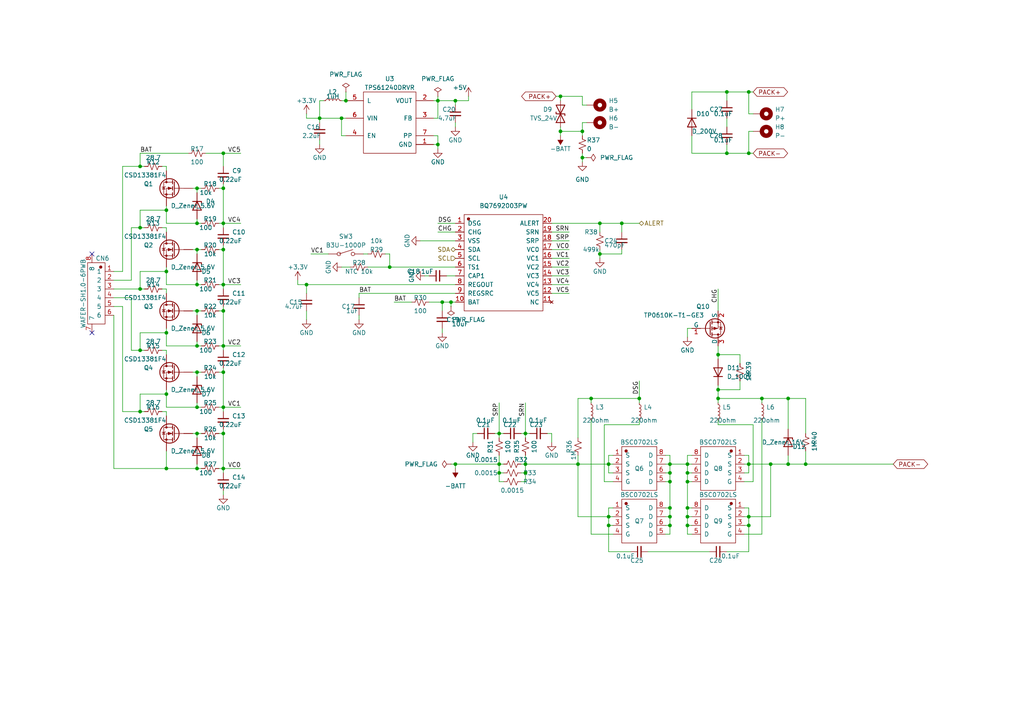
<source format=kicad_sch>
(kicad_sch (version 20250114) (generator "eeschema") (generator_version "9.0")
  (paper "A4")
  (title_block (title "CawBMS") (date "2023-11-22") (rev "v1.0.0") (company "GUAIK"))
  (lib_symbols
    (symbol "Device:C_Small" (pin_numbers (hide yes)) (pin_names (offset 0.254) (hide yes))
      (property "Reference" "C" (at 0.254 1.778 0))
      (property "Value" "C_Small" (at 0.254 -2.032 0))
      (symbol "C_Small_1_1"
        (pin passive line (at 0 2.54 270) (length 2.032) (name "~") (number "1"))
        (pin passive line (at 0 -2.54 90) (length 2.032) (name "~") (number "2"))
      )
    )
    (symbol "Device:D" (pin_numbers (hide yes)) (pin_names (offset 1.016) (hide yes))
      (property "Reference" "D" (at 0 2.54 0))
      (property "Value" "D" (at 0 -2.54 0))
      (symbol "D_1_1"
        (pin passive line (at -3.81 0 0) (length 2.54) (name "K") (number "1"))
        (pin passive line (at 3.81 0 180) (length 2.54) (name "A") (number "2"))
      )
    )
    (symbol "Device:D_TVS" (pin_numbers (hide yes)) (pin_names (offset 1.016) (hide yes))
      (property "Reference" "D" (at 0 2.54 0))
      (property "Value" "D_TVS" (at 0 -2.54 0))
      (symbol "D_TVS_1_1"
        (pin passive line (at -3.81 0 0) (length 2.54) (name "A1") (number "1"))
        (pin passive line (at 3.81 0 180) (length 2.54) (name "A2") (number "2"))
      )
    )
    (symbol "Device:D_Zener" (pin_numbers (hide yes)) (pin_names (offset 1.016) (hide yes))
      (property "Reference" "D" (at 0 2.54 0))
      (property "Value" "D_Zener" (at 0 -2.54 0))
      (symbol "D_Zener_1_1"
        (pin passive line (at -3.81 0 0) (length 2.54) (name "K") (number "1"))
        (pin passive line (at 3.81 0 180) (length 2.54) (name "A") (number "2"))
      )
    )
    (symbol "Device:L_Small" (pin_numbers (hide yes)) (pin_names (offset 0.254) (hide yes))
      (property "Reference" "L" (at 0.762 1.016 0))
      (property "Value" "L_Small" (at 0.762 -1.016 0))
      (symbol "L_Small_1_1"
        (pin passive line (at 0 2.54 270) (length 0.508) (name "~") (number "1"))
        (pin passive line (at 0 -2.54 90) (length 0.508) (name "~") (number "2"))
      )
    )
    (symbol "Device:R_Small_US" (pin_numbers (hide yes)) (pin_names (offset 0.254) (hide yes))
      (property "Reference" "R" (at 0.762 0.508 0))
      (property "Value" "R_Small_US" (at 0.762 -1.016 0))
      (symbol "R_Small_US_1_1"
        (pin passive line (at 0 2.54 270) (length 1.016) (name "~") (number "1"))
        (pin passive line (at 0 -2.54 90) (length 1.016) (name "~") (number "2"))
      )
    )
    (symbol "Mechanical:MountingHole_Pad" (pin_numbers (hide yes)) (pin_names (offset 1.016) (hide yes))
      (property "Reference" "H" (at 0 6.35 0))
      (property "Value" "MountingHole_Pad" (at 0 4.445 0))
      (symbol "MountingHole_Pad_1_1"
        (pin input line (at 0 -2.54 90) (length 2.54) (name "1") (number "1"))
      )
    )
    (symbol "Rick_BMS:BQ7692003PW" (pin_names (offset 1.016))
      (property "Reference" "U" (at 0 16.51 0))
      (property "Value" "BQ7692003PW" (at 0 21.59 0))
      (symbol "BQ7692003PW_1_1"
        (pin output line (at -13.97 11.43 0) (length 2.54) (name "DSG") (number "1"))
        (pin output line (at -13.97 8.89 0) (length 2.54) (name "CHG") (number "2"))
        (pin power_in line (at -13.97 6.35 0) (length 2.54) (name "VSS") (number "3"))
        (pin bidirectional line (at -13.97 3.81 0) (length 2.54) (name "SDA") (number "4"))
        (pin input line (at -13.97 1.27 0) (length 2.54) (name "SCL") (number "5"))
        (pin input line (at -13.97 -1.27 0) (length 2.54) (name "TS1") (number "6"))
        (pin output line (at -13.97 -3.81 0) (length 2.54) (name "CAP1") (number "7"))
        (pin power_out line (at -13.97 -6.35 0) (length 2.54) (name "REGOUT") (number "8"))
        (pin input line (at -13.97 -8.89 0) (length 2.54) (name "REGSRC") (number "9"))
        (pin power_in line (at -13.97 -11.43 0) (length 2.54) (name "BAT") (number "10"))
        (pin bidirectional line (at 13.97 11.43 180) (length 2.54) (name "ALERT") (number "20"))
        (pin input line (at 13.97 8.89 180) (length 2.54) (name "SRN") (number "19"))
        (pin input line (at 13.97 6.35 180) (length 2.54) (name "SRP") (number "18"))
        (pin input line (at 13.97 3.81 180) (length 2.54) (name "VC0") (number "17"))
        (pin input line (at 13.97 1.27 180) (length 2.54) (name "VC1") (number "16"))
        (pin input line (at 13.97 -1.27 180) (length 2.54) (name "VC2") (number "15"))
        (pin input line (at 13.97 -3.81 180) (length 2.54) (name "VC3") (number "14"))
        (pin input line (at 13.97 -6.35 180) (length 2.54) (name "VC4") (number "13"))
        (pin input line (at 13.97 -8.89 180) (length 2.54) (name "VC5") (number "12"))
        (pin no_connect line (at 13.97 -11.43 180) (length 2.54) (name "NC") (number "11"))
      )
    )
    (symbol "Rick_Connector:WAFER-SH1.0-6PWB" (pin_names (offset 1.016))
      (property "Reference" "CN" (at 0 14.224 0))
      (property "Value" "WAFER-SH1.0-6PWB" (at 0 19.304 0))
      (symbol "WAFER-SH1.0-6PWB_1_1"
        (pin input line (at -5.08 6.35 0) (length 2.54) (name "1") (number "1"))
        (pin input line (at -5.08 3.81 0) (length 2.54) (name "2") (number "2"))
        (pin input line (at -5.08 1.27 0) (length 2.54) (name "3") (number "3"))
        (pin input line (at -5.08 -1.27 0) (length 2.54) (name "4") (number "4"))
        (pin input line (at -5.08 -3.81 0) (length 2.54) (name "5") (number "5"))
        (pin input line (at -5.08 -6.35 0) (length 2.54) (name "6") (number "6"))
        (pin input line (at 1.27 11.43 270) (length 2.54) (name "8") (number "8"))
        (pin input line (at 1.27 -11.43 90) (length 2.54) (name "7") (number "7"))
      )
    )
    (symbol "Rick_DC-DC:TPS61240DRVR" (pin_names (offset 1.016))
      (property "Reference" "U" (at 0 11.557 0))
      (property "Value" "TPS61240DRVR" (at 0 16.637 0))
      (symbol "TPS61240DRVR_1_1"
        (pin power_in line (at -12.7 6.35 0) (length 5.08) (name "L") (number "5"))
        (pin power_in line (at -12.7 1.27 0) (length 5.08) (name "VIN") (number "6"))
        (pin input line (at -12.7 -3.81 0) (length 5.08) (name "EN") (number "4"))
        (pin power_in line (at 12.7 6.35 180) (length 5.08) (name "VOUT") (number "2"))
        (pin input line (at 12.7 1.27 180) (length 5.08) (name "FB") (number "3"))
        (pin power_in line (at 12.7 -3.81 180) (length 5.08) (name "PP") (number "7"))
        (pin power_in line (at 12.7 -6.35 180) (length 5.08) (name "GND") (number "1"))
      )
    )
    (symbol "Rick_MOSFET:BSC0702LS" (pin_names (offset 1.016))
      (property "Reference" "Q" (at 0 10.3124 0))
      (property "Value" "BSC0702LS" (at 0 15.3924 0))
      (symbol "BSC0702LS_1_1"
        (pin passive line (at -7.62 5.08 0) (length 2.54) (name "S") (number "1"))
        (pin passive line (at -7.62 2.54 0) (length 2.54) (name "S") (number "2"))
        (pin passive line (at -7.62 0 0) (length 2.54) (name "S") (number "3"))
        (pin input line (at -7.62 -2.54 0) (length 2.54) (name "G") (number "4"))
        (pin passive line (at 7.62 5.08 180) (length 2.54) (name "D") (number "8"))
        (pin passive line (at 7.62 2.54 180) (length 2.54) (name "D") (number "7"))
        (pin passive line (at 7.62 0 180) (length 2.54) (name "D") (number "6"))
        (pin passive line (at 7.62 -2.54 180) (length 2.54) (name "D") (number "5"))
      )
    )
    (symbol "Rick_MOSFET:CSD13381F4" (pin_numbers (hide yes)) (pin_names (offset 1.016) (hide yes))
      (property "Reference" "Q" (at -1.27 5.08 0))
      (property "Value" "CSD13381F4" (at -6.35 7.62 0))
      (symbol "CSD13381F4_1_1"
        (pin input line (at -6.35 0 0) (length 2.54) (name "G") (number "1"))
        (pin passive line (at 1.27 5.08 270) (length 2.54) (name "D") (number "3"))
        (pin passive line (at 1.27 -5.08 90) (length 2.54) (name "S") (number "2"))
      )
    )
    (symbol "Rick_MOSFET:TP0610K-T1-GE3" (pin_names (offset 0))
      (property "Reference" "Q" (at 5.08 1.27 0))
      (property "Value" "TP0610K-T1-GE3" (at 5.08 -1.27 0))
      (symbol "TP0610K-T1-GE3_1_1"
        (pin input line (at -5.08 0 0) (length 2.54) (name "G") (number "1"))
        (pin passive line (at 2.54 5.08 270) (length 2.54) (name "D") (number "3"))
        (pin passive line (at 2.54 -5.08 90) (length 2.54) (name "S") (number "2"))
      )
    )
    (symbol "Rick_Switch:B3U-1000P" (pin_numbers (hide yes)) (pin_names (offset 1.016) (hide yes))
      (property "Reference" "SW" (at 0 2.54 0))
      (property "Value" "B3U-1000P" (at 0 5.08 0))
      (symbol "B3U-1000P_0_1"
        (pin passive line (at -5.08 0 0) (length 2.54) (name "1") (number "1"))
        (pin passive line (at 5.08 0 180) (length 2.54) (name "2") (number "2"))
      )
    )
    (symbol "power:+3.3V" (power) (pin_names (offset 0))
      (property "Value" "+3.3V" (at 0 3.556 0))
      (symbol "+3.3V_1_1"
        (pin power_in line (at 0 0 90) (length 0) (hide yes) (name "+3.3V") (number "1"))
      )
    )
    (symbol "power:+5V" (power) (pin_names (offset 0))
      (property "Value" "+5V" (at 0 3.556 0))
      (symbol "+5V_1_1"
        (pin power_in line (at 0 0 90) (length 0) (hide yes) (name "+5V") (number "1"))
      )
    )
    (symbol "power:-BATT" (power) (pin_names (offset 0))
      (property "Value" "-BATT" (at 0 3.556 0))
      (symbol "-BATT_1_1"
        (pin power_in line (at 0 0 90) (length 0) (hide yes) (name "-BATT") (number "1"))
      )
    )
    (symbol "power:GND" (power) (pin_names (offset 0))
      (property "Value" "GND" (at 0 -3.81 0))
      (symbol "GND_1_1"
        (pin power_in line (at 0 0 270) (length 0) (hide yes) (name "GND") (number "1"))
      )
    )
    (symbol "power:PWR_FLAG" (power) (pin_numbers (hide yes)) (pin_names (offset 0) (hide yes))
      (property "Value" "PWR_FLAG" (at 0 3.81 0))
      (symbol "PWR_FLAG_0_0"
        (pin power_out line (at 0 0 90) (length 0) (name "pwr") (number "1"))
      )
    )
  )
  (junction (at 199.39 152.4))
  (junction (at 210.82 44.45))
  (junction (at 185.42 115.57))
  (junction (at 57.15 54.61))
  (junction (at 132.08 134.62))
  (junction (at 194.31 134.62))
  (junction (at 162.56 27.94))
  (junction (at 233.68 134.62))
  (junction (at 127 29.21))
  (junction (at 199.39 147.32))
  (junction (at 64.77 72.39))
  (junction (at 228.6 115.57))
  (junction (at 57.15 82.55))
  (junction (at 217.17 134.62))
  (junction (at 57.15 107.95))
  (junction (at 176.53 152.4))
  (junction (at 217.17 44.45))
  (junction (at 180.34 64.77))
  (junction (at 48.26 114.3))
  (junction (at 199.39 137.16))
  (junction (at 199.39 134.62))
  (junction (at 194.31 139.7))
  (junction (at 152.4 125.73))
  (junction (at 208.28 115.57))
  (junction (at 173.99 64.77))
  (junction (at 40.64 83.82))
  (junction (at 57.15 90.17))
  (junction (at 64.77 90.17))
  (junction (at 223.52 134.62))
  (junction (at 99.06 34.29))
  (junction (at 48.26 96.52))
  (junction (at 64.77 100.33))
  (junction (at 57.15 100.33))
  (junction (at 64.77 54.61))
  (junction (at 176.53 134.62))
  (junction (at 210.82 26.67))
  (junction (at 40.64 48.26))
  (junction (at 144.78 137.16))
  (junction (at 57.15 125.73))
  (junction (at 128.27 87.63))
  (junction (at 127 41.91))
  (junction (at 57.15 118.11))
  (junction (at 48.26 135.89))
  (junction (at 64.77 118.11))
  (junction (at 208.28 102.87))
  (junction (at 92.71 34.29))
  (junction (at 64.77 82.55))
  (junction (at 64.77 125.73))
  (junction (at 48.26 78.74))
  (junction (at 40.64 66.04))
  (junction (at 144.78 125.73))
  (junction (at 130.81 87.63))
  (junction (at 167.64 134.62))
  (junction (at 100.33 29.21))
  (junction (at 64.77 107.95))
  (junction (at 64.77 44.45))
  (junction (at 173.99 73.66))
  (junction (at 152.4 137.16))
  (junction (at 217.17 149.86))
  (junction (at 228.6 134.62))
  (junction (at 132.08 29.21))
  (junction (at 199.39 139.7))
  (junction (at 64.77 135.89))
  (junction (at 144.78 134.62))
  (junction (at 40.64 119.38))
  (junction (at 199.39 149.86))
  (junction (at 57.15 72.39))
  (junction (at 217.17 152.4))
  (junction (at 168.91 45.72))
  (junction (at 88.9 82.55))
  (junction (at 48.26 60.96))
  (junction (at 194.31 147.32))
  (junction (at 194.31 152.4))
  (junction (at 220.98 115.57))
  (junction (at 152.4 134.62))
  (junction (at 57.15 64.77))
  (junction (at 194.31 149.86))
  (junction (at 194.31 137.16))
  (junction (at 57.15 135.89))
  (junction (at 217.17 26.67))
  (junction (at 176.53 149.86))
  (junction (at 162.56 38.1))
  (junction (at 208.28 113.03))
  (junction (at 113.03 77.47))
  (junction (at 171.45 115.57))
  (junction (at 40.64 101.6))
  (junction (at 64.77 64.77))
  (junction (at 168.91 38.1))
  (no_connect (at 26.67 73.66))
  (no_connect (at 26.67 96.52))
  (wire (pts (xy 199.39 152.4) (xy 199.39 154.94)))
  (wire (pts (xy 228.6 115.57) (xy 220.98 115.57)))
  (wire (pts (xy 199.39 147.32) (xy 199.39 149.86)))
  (wire (pts (xy 100.33 39.37) (xy 99.06 39.37)))
  (wire (pts (xy 64.77 100.33) (xy 69.85 100.33)))
  (wire (pts (xy 64.77 100.33) (xy 64.77 101.6)))
  (wire (pts (xy 130.81 134.62) (xy 132.08 134.62)))
  (wire (pts (xy 64.77 125.73) (xy 64.77 135.89)))
  (wire (pts (xy 127 39.37) (xy 127 41.91)))
  (wire (pts (xy 220.98 121.92) (xy 220.98 154.94)))
  (wire (pts (xy 40.64 96.52) (xy 48.26 96.52)))
  (wire (pts (xy 64.77 142.24) (xy 64.77 143.51)))
  (wire (pts (xy 48.26 114.3) (xy 48.26 118.11)))
  (wire (pts (xy 217.17 132.08) (xy 217.17 134.62)))
  (wire (pts (xy 40.64 83.82) (xy 40.64 78.74)))
  (wire (pts (xy 124.46 87.63) (xy 128.27 87.63)))
  (wire (pts (xy 92.71 34.29) (xy 92.71 35.56)))
  (wire (pts (xy 64.77 82.55) (xy 69.85 82.55)))
  (wire (pts (xy 46.99 66.04) (xy 48.26 66.04)))
  (wire (pts (xy 64.77 118.11) (xy 69.85 118.11)))
  (wire (pts (xy 160.02 125.73) (xy 160.02 128.27)))
  (wire (pts (xy 199.39 149.86) (xy 199.39 152.4)))
  (wire (pts (xy 215.9 134.62) (xy 217.17 134.62)))
  (wire (pts (xy 132.08 29.21) (xy 127 29.21)))
  (wire (pts (xy 132.08 85.09) (xy 104.14 85.09)))
  (wire (pts (xy 40.64 114.3) (xy 48.26 114.3)))
  (wire (pts (xy 64.77 100.33) (xy 64.77 90.17)))
  (wire (pts (xy 170.18 35.56) (xy 168.91 35.56)))
  (wire (pts (xy 48.26 100.33) (xy 57.15 100.33)))
  (wire (pts (xy 128.27 87.63) (xy 130.81 87.63)))
  (wire (pts (xy 193.04 152.4) (xy 194.31 152.4)))
  (wire (pts (xy 214.63 105.41) (xy 214.63 102.87)))
  (wire (pts (xy 217.17 38.1) (xy 218.44 38.1)))
  (wire (pts (xy 176.53 149.86) (xy 176.53 152.4)))
  (wire (pts (xy 88.9 34.29) (xy 92.71 34.29)))
  (wire (pts (xy 121.92 69.85) (xy 132.08 69.85)))
  (wire (pts (xy 171.45 115.57) (xy 185.42 115.57)))
  (wire (pts (xy 168.91 27.94) (xy 162.56 27.94)))
  (wire (pts (xy 57.15 90.17) (xy 58.42 90.17)))
  (wire (pts (xy 35.56 88.9) (xy 35.56 119.38)))
  (wire (pts (xy 64.77 90.17) (xy 63.5 90.17)))
  (wire (pts (xy 35.56 119.38) (xy 40.64 119.38)))
  (wire (pts (xy 64.77 118.11) (xy 64.77 119.38)))
  (wire (pts (xy 180.34 64.77) (xy 180.34 67.31)))
  (wire (pts (xy 57.15 100.33) (xy 58.42 100.33)))
  (wire (pts (xy 208.28 116.84) (xy 208.28 115.57)))
  (wire (pts (xy 199.39 134.62) (xy 199.39 137.16)))
  (wire (pts (xy 144.78 137.16) (xy 146.05 137.16)))
  (wire (pts (xy 217.17 152.4) (xy 215.9 152.4)))
  (wire (pts (xy 132.08 134.62) (xy 144.78 134.62)))
  (wire (pts (xy 57.15 90.17) (xy 57.15 91.44)))
  (wire (pts (xy 199.39 149.86) (xy 200.66 149.86)))
  (wire (pts (xy 170.18 30.48) (xy 168.91 30.48)))
  (wire (pts (xy 64.77 125.73) (xy 63.5 125.73)))
  (wire (pts (xy 152.4 139.7) (xy 151.13 139.7)))
  (wire (pts (xy 57.15 54.61) (xy 58.42 54.61)))
  (wire (pts (xy 38.1 86.36) (xy 33.02 86.36)))
  (wire (pts (xy 176.53 132.08) (xy 176.53 134.62)))
  (wire (pts (xy 217.17 26.67) (xy 218.44 26.67)))
  (wire (pts (xy 171.45 154.94) (xy 177.8 154.94)))
  (wire (pts (xy 99.06 34.29) (xy 100.33 34.29)))
  (wire (pts (xy 215.9 149.86) (xy 217.17 149.86)))
  (wire (pts (xy 64.77 54.61) (xy 64.77 64.77)))
  (wire (pts (xy 217.17 38.1) (xy 217.17 44.45)))
  (wire (pts (xy 168.91 38.1) (xy 162.56 38.1)))
  (wire (pts (xy 176.53 147.32) (xy 176.53 149.86)))
  (wire (pts (xy 228.6 132.08) (xy 228.6 134.62)))
  (wire (pts (xy 176.53 160.02) (xy 176.53 152.4)))
  (wire (pts (xy 199.39 95.25) (xy 199.39 97.79)))
  (wire (pts (xy 57.15 107.95) (xy 58.42 107.95)))
  (wire (pts (xy 173.99 67.31) (xy 173.99 64.77)))
  (wire (pts (xy 217.17 149.86) (xy 223.52 149.86)))
  (wire (pts (xy 48.26 60.96) (xy 48.26 64.77)))
  (wire (pts (xy 167.64 115.57) (xy 171.45 115.57)))
  (wire (pts (xy 220.98 154.94) (xy 215.9 154.94)))
  (wire (pts (xy 208.28 83.82) (xy 208.28 90.17)))
  (wire (pts (xy 48.26 113.03) (xy 48.26 114.3)))
  (wire (pts (xy 208.28 100.33) (xy 208.28 102.87)))
  (wire (pts (xy 40.64 101.6) (xy 40.64 96.52)))
  (wire (pts (xy 228.6 124.46) (xy 228.6 115.57)))
  (wire (pts (xy 35.56 48.26) (xy 35.56 78.74)))
  (wire (pts (xy 105.41 73.66) (xy 106.68 73.66)))
  (wire (pts (xy 165.1 82.55) (xy 160.02 82.55)))
  (wire (pts (xy 200.66 147.32) (xy 199.39 147.32)))
  (wire (pts (xy 176.53 134.62) (xy 176.53 137.16)))
  (wire (pts (xy 33.02 135.89) (xy 48.26 135.89)))
  (wire (pts (xy 233.68 134.62) (xy 259.08 134.62)))
  (wire (pts (xy 64.77 124.46) (xy 64.77 125.73)))
  (wire (pts (xy 180.34 72.39) (xy 180.34 73.66)))
  (wire (pts (xy 48.26 82.55) (xy 57.15 82.55)))
  (wire (pts (xy 175.26 139.7) (xy 177.8 139.7)))
  (wire (pts (xy 40.64 60.96) (xy 48.26 60.96)))
  (wire (pts (xy 152.4 125.73) (xy 153.67 125.73)))
  (wire (pts (xy 132.08 35.56) (xy 132.08 36.83)))
  (wire (pts (xy 63.5 72.39) (xy 64.77 72.39)))
  (wire (pts (xy 217.17 147.32) (xy 217.17 149.86)))
  (wire (pts (xy 228.6 134.62) (xy 233.68 134.62)))
  (wire (pts (xy 64.77 54.61) (xy 64.77 53.34)))
  (wire (pts (xy 208.28 113.03) (xy 208.28 115.57)))
  (wire (pts (xy 173.99 64.77) (xy 160.02 64.77)))
  (wire (pts (xy 193.04 132.08) (xy 194.31 132.08)))
  (wire (pts (xy 88.9 82.55) (xy 88.9 85.09)))
  (wire (pts (xy 214.63 110.49) (xy 214.63 113.03)))
  (wire (pts (xy 100.33 26.67) (xy 100.33 29.21)))
  (wire (pts (xy 104.14 85.09) (xy 104.14 86.36)))
  (wire (pts (xy 48.26 95.25) (xy 48.26 96.52)))
  (wire (pts (xy 199.39 154.94) (xy 200.66 154.94)))
  (wire (pts (xy 233.68 125.73) (xy 233.68 115.57)))
  (wire (pts (xy 90.17 73.66) (xy 95.25 73.66)))
  (wire (pts (xy 132.08 134.62) (xy 132.08 135.89)))
  (wire (pts (xy 130.81 87.63) (xy 132.08 87.63)))
  (wire (pts (xy 152.4 125.73) (xy 152.4 127)))
  (wire (pts (xy 127 27.94) (xy 127 29.21)))
  (wire (pts (xy 127 29.21) (xy 127 34.29)))
  (wire (pts (xy 208.28 111.76) (xy 208.28 113.03)))
  (wire (pts (xy 165.1 67.31) (xy 160.02 67.31)))
  (wire (pts (xy 40.64 78.74) (xy 48.26 78.74)))
  (wire (pts (xy 88.9 82.55) (xy 86.36 82.55)))
  (wire (pts (xy 64.77 64.77) (xy 69.85 64.77)))
  (wire (pts (xy 215.9 147.32) (xy 217.17 147.32)))
  (wire (pts (xy 113.03 77.47) (xy 132.08 77.47)))
  (wire (pts (xy 92.71 34.29) (xy 99.06 34.29)))
  (wire (pts (xy 48.26 101.6) (xy 48.26 102.87)))
  (wire (pts (xy 217.17 137.16) (xy 215.9 137.16)))
  (wire (pts (xy 48.26 83.82) (xy 48.26 85.09)))
  (wire (pts (xy 173.99 72.39) (xy 173.99 73.66)))
  (wire (pts (xy 162.56 27.94) (xy 162.56 29.21)))
  (wire (pts (xy 194.31 134.62) (xy 194.31 137.16)))
  (wire (pts (xy 187.96 160.02) (xy 205.74 160.02)))
  (wire (pts (xy 223.52 134.62) (xy 228.6 134.62)))
  (wire (pts (xy 199.39 137.16) (xy 200.66 137.16)))
  (wire (pts (xy 55.88 54.61) (xy 57.15 54.61)))
  (wire (pts (xy 185.42 64.77) (xy 180.34 64.77)))
  (wire (pts (xy 48.26 59.69) (xy 48.26 60.96)))
  (wire (pts (xy 111.76 73.66) (xy 113.03 73.66)))
  (wire (pts (xy 104.14 91.44) (xy 104.14 92.71)))
  (wire (pts (xy 217.17 160.02) (xy 217.17 152.4)))
  (wire (pts (xy 199.39 137.16) (xy 199.39 139.7)))
  (wire (pts (xy 194.31 139.7) (xy 194.31 147.32)))
  (wire (pts (xy 217.17 134.62) (xy 217.17 137.16)))
  (wire (pts (xy 199.39 134.62) (xy 200.66 134.62)))
  (wire (pts (xy 129.54 80.01) (xy 132.08 80.01)))
  (wire (pts (xy 128.27 95.25) (xy 128.27 96.52)))
  (wire (pts (xy 64.77 135.89) (xy 69.85 135.89)))
  (wire (pts (xy 55.88 107.95) (xy 57.15 107.95)))
  (wire (pts (xy 144.78 116.84) (xy 144.78 125.73)))
  (wire (pts (xy 167.64 132.08) (xy 167.64 134.62)))
  (wire (pts (xy 165.1 72.39) (xy 160.02 72.39)))
  (wire (pts (xy 200.66 95.25) (xy 199.39 95.25)))
  (wire (pts (xy 199.39 132.08) (xy 199.39 134.62)))
  (wire (pts (xy 57.15 73.66) (xy 57.15 72.39)))
  (wire (pts (xy 99.06 34.29) (xy 99.06 39.37)))
  (wire (pts (xy 171.45 116.84) (xy 171.45 115.57)))
  (wire (pts (xy 193.04 134.62) (xy 194.31 134.62)))
  (wire (pts (xy 64.77 107.95) (xy 63.5 107.95)))
  (wire (pts (xy 168.91 45.72) (xy 170.18 45.72)))
  (wire (pts (xy 64.77 71.12) (xy 64.77 72.39)))
  (wire (pts (xy 93.98 29.21) (xy 92.71 29.21)))
  (wire (pts (xy 64.77 88.9) (xy 64.77 90.17)))
  (wire (pts (xy 88.9 33.02) (xy 88.9 34.29)))
  (wire (pts (xy 194.31 134.62) (xy 199.39 134.62)))
  (wire (pts (xy 57.15 107.95) (xy 57.15 109.22)))
  (wire (pts (xy 127 67.31) (xy 132.08 67.31)))
  (wire (pts (xy 48.26 64.77) (xy 57.15 64.77)))
  (wire (pts (xy 152.4 116.84) (xy 152.4 125.73)))
  (wire (pts (xy 106.68 77.47) (xy 113.03 77.47)))
  (wire (pts (xy 165.1 74.93) (xy 160.02 74.93)))
  (wire (pts (xy 57.15 82.55) (xy 58.42 82.55)))
  (wire (pts (xy 57.15 135.89) (xy 57.15 134.62)))
  (wire (pts (xy 168.91 45.72) (xy 168.91 46.99)))
  (wire (pts (xy 48.26 119.38) (xy 48.26 120.65)))
  (wire (pts (xy 217.17 149.86) (xy 217.17 152.4)))
  (wire (pts (xy 193.04 137.16) (xy 194.31 137.16)))
  (wire (pts (xy 35.56 78.74) (xy 33.02 78.74)))
  (wire (pts (xy 194.31 132.08) (xy 194.31 134.62)))
  (wire (pts (xy 194.31 149.86) (xy 194.31 152.4)))
  (wire (pts (xy 199.39 139.7) (xy 200.66 139.7)))
  (wire (pts (xy 48.26 118.11) (xy 57.15 118.11)))
  (wire (pts (xy 99.06 29.21) (xy 100.33 29.21)))
  (wire (pts (xy 40.64 119.38) (xy 40.64 114.3)))
  (wire (pts (xy 217.17 26.67) (xy 210.82 26.67)))
  (wire (pts (xy 217.17 44.45) (xy 218.44 44.45)))
  (wire (pts (xy 63.5 82.55) (xy 64.77 82.55)))
  (wire (pts (xy 33.02 91.44) (xy 33.02 135.89)))
  (wire (pts (xy 168.91 30.48) (xy 168.91 27.94)))
  (wire (pts (xy 41.91 48.26) (xy 40.64 48.26)))
  (wire (pts (xy 138.43 125.73) (xy 137.16 125.73)))
  (wire (pts (xy 144.78 137.16) (xy 144.78 139.7)))
  (wire (pts (xy 40.64 66.04) (xy 41.91 66.04)))
  (wire (pts (xy 194.31 137.16) (xy 194.31 139.7)))
  (wire (pts (xy 127 29.21) (xy 125.73 29.21)))
  (wire (pts (xy 215.9 132.08) (xy 217.17 132.08)))
  (wire (pts (xy 48.26 66.04) (xy 48.26 67.31)))
  (wire (pts (xy 185.42 110.49) (xy 185.42 115.57)))
  (wire (pts (xy 233.68 115.57) (xy 228.6 115.57)))
  (wire (pts (xy 137.16 125.73) (xy 137.16 128.27)))
  (wire (pts (xy 38.1 101.6) (xy 40.64 101.6)))
  (wire (pts (xy 57.15 125.73) (xy 58.42 125.73)))
  (wire (pts (xy 168.91 35.56) (xy 168.91 38.1)))
  (wire (pts (xy 193.04 147.32) (xy 194.31 147.32)))
  (wire (pts (xy 57.15 118.11) (xy 57.15 116.84)))
  (wire (pts (xy 55.88 72.39) (xy 57.15 72.39)))
  (wire (pts (xy 152.4 132.08) (xy 152.4 134.62)))
  (wire (pts (xy 208.28 121.92) (xy 208.28 123.19)))
  (wire (pts (xy 63.5 64.77) (xy 64.77 64.77)))
  (wire (pts (xy 144.78 125.73) (xy 144.78 127)))
  (wire (pts (xy 127 41.91) (xy 127 43.18)))
  (wire (pts (xy 194.31 152.4) (xy 194.31 154.94)))
  (wire (pts (xy 161.29 27.94) (xy 162.56 27.94)))
  (wire (pts (xy 217.17 26.67) (xy 217.17 33.02)))
  (wire (pts (xy 40.64 101.6) (xy 41.91 101.6)))
  (wire (pts (xy 86.36 81.28) (xy 86.36 82.55)))
  (wire (pts (xy 152.4 134.62) (xy 167.64 134.62)))
  (wire (pts (xy 92.71 40.64) (xy 92.71 41.91)))
  (wire (pts (xy 55.88 125.73) (xy 57.15 125.73)))
  (wire (pts (xy 223.52 149.86) (xy 223.52 134.62)))
  (wire (pts (xy 132.08 29.21) (xy 132.08 30.48)))
  (wire (pts (xy 200.66 132.08) (xy 199.39 132.08)))
  (wire (pts (xy 200.66 26.67) (xy 200.66 31.75)))
  (wire (pts (xy 193.04 149.86) (xy 194.31 149.86)))
  (wire (pts (xy 162.56 38.1) (xy 162.56 36.83)))
  (wire (pts (xy 165.1 80.01) (xy 160.02 80.01)))
  (wire (pts (xy 48.26 130.81) (xy 48.26 135.89)))
  (wire (pts (xy 46.99 83.82) (xy 48.26 83.82)))
  (wire (pts (xy 144.78 125.73) (xy 146.05 125.73)))
  (wire (pts (xy 63.5 54.61) (xy 64.77 54.61)))
  (wire (pts (xy 48.26 135.89) (xy 57.15 135.89)))
  (wire (pts (xy 46.99 48.26) (xy 48.26 48.26)))
  (wire (pts (xy 130.81 87.63) (xy 130.81 88.9)))
  (wire (pts (xy 33.02 88.9) (xy 35.56 88.9)))
  (wire (pts (xy 55.88 90.17) (xy 57.15 90.17)))
  (wire (pts (xy 177.8 132.08) (xy 176.53 132.08)))
  (wire (pts (xy 135.89 29.21) (xy 132.08 29.21)))
  (wire (pts (xy 123.19 80.01) (xy 124.46 80.01)))
  (wire (pts (xy 38.1 66.04) (xy 38.1 81.28)))
  (wire (pts (xy 63.5 100.33) (xy 64.77 100.33)))
  (wire (pts (xy 57.15 118.11) (xy 58.42 118.11)))
  (wire (pts (xy 135.89 27.94) (xy 135.89 29.21)))
  (wire (pts (xy 48.26 48.26) (xy 48.26 49.53)))
  (wire (pts (xy 217.17 134.62) (xy 223.52 134.62)))
  (wire (pts (xy 57.15 125.73) (xy 57.15 127)))
  (wire (pts (xy 64.77 44.45) (xy 69.85 44.45)))
  (wire (pts (xy 185.42 115.57) (xy 185.42 116.84)))
  (wire (pts (xy 40.64 48.26) (xy 40.64 44.45)))
  (wire (pts (xy 176.53 152.4) (xy 177.8 152.4)))
  (wire (pts (xy 59.69 44.45) (xy 64.77 44.45)))
  (wire (pts (xy 185.42 121.92) (xy 185.42 123.19)))
  (wire (pts (xy 175.26 123.19) (xy 175.26 139.7)))
  (wire (pts (xy 64.77 83.82) (xy 64.77 82.55)))
  (wire (pts (xy 57.15 64.77) (xy 58.42 64.77)))
  (wire (pts (xy 194.31 154.94) (xy 193.04 154.94)))
  (wire (pts (xy 217.17 33.02) (xy 218.44 33.02)))
  (wire (pts (xy 194.31 139.7) (xy 193.04 139.7)))
  (wire (pts (xy 88.9 90.17) (xy 88.9 92.71)))
  (wire (pts (xy 210.82 160.02) (xy 217.17 160.02)))
  (wire (pts (xy 168.91 44.45) (xy 168.91 45.72)))
  (wire (pts (xy 176.53 149.86) (xy 177.8 149.86)))
  (wire (pts (xy 168.91 38.1) (xy 168.91 39.37)))
  (wire (pts (xy 210.82 41.91) (xy 210.82 44.45)))
  (wire (pts (xy 33.02 83.82) (xy 40.64 83.82)))
  (wire (pts (xy 127 64.77) (xy 132.08 64.77)))
  (wire (pts (xy 40.64 119.38) (xy 41.91 119.38)))
  (wire (pts (xy 48.26 96.52) (xy 48.26 100.33)))
  (wire (pts (xy 165.1 69.85) (xy 160.02 69.85)))
  (wire (pts (xy 125.73 39.37) (xy 127 39.37)))
  (wire (pts (xy 125.73 34.29) (xy 127 34.29)))
  (wire (pts (xy 64.77 64.77) (xy 64.77 66.04)))
  (wire (pts (xy 210.82 44.45) (xy 217.17 44.45)))
  (wire (pts (xy 165.1 85.09) (xy 160.02 85.09)))
  (wire (pts (xy 57.15 64.77) (xy 57.15 63.5)))
  (wire (pts (xy 113.03 73.66) (xy 113.03 77.47)))
  (wire (pts (xy 64.77 135.89) (xy 64.77 137.16)))
  (wire (pts (xy 48.26 77.47) (xy 48.26 78.74)))
  (wire (pts (xy 88.9 82.55) (xy 132.08 82.55)))
  (wire (pts (xy 185.42 123.19) (xy 175.26 123.19)))
  (wire (pts (xy 210.82 34.29) (xy 210.82 36.83)))
  (wire (pts (xy 144.78 139.7) (xy 146.05 139.7)))
  (wire (pts (xy 208.28 102.87) (xy 208.28 104.14)))
  (wire (pts (xy 180.34 64.77) (xy 173.99 64.77)))
  (wire (pts (xy 64.77 72.39) (xy 64.77 82.55)))
  (wire (pts (xy 64.77 106.68) (xy 64.77 107.95)))
  (wire (pts (xy 208.28 115.57) (xy 220.98 115.57)))
  (wire (pts (xy 158.75 125.73) (xy 160.02 125.73)))
  (wire (pts (xy 57.15 55.88) (xy 57.15 54.61)))
  (wire (pts (xy 218.44 139.7) (xy 215.9 139.7)))
  (wire (pts (xy 176.53 137.16) (xy 177.8 137.16)))
  (wire (pts (xy 57.15 100.33) (xy 57.15 99.06)))
  (wire (pts (xy 114.3 87.63) (xy 119.38 87.63)))
  (wire (pts (xy 152.4 134.62) (xy 151.13 134.62)))
  (wire (pts (xy 57.15 72.39) (xy 58.42 72.39)))
  (wire (pts (xy 182.88 160.02) (xy 176.53 160.02)))
  (wire (pts (xy 99.06 77.47) (xy 101.6 77.47)))
  (wire (pts (xy 63.5 135.89) (xy 64.77 135.89)))
  (wire (pts (xy 57.15 82.55) (xy 57.15 81.28)))
  (wire (pts (xy 167.64 134.62) (xy 167.64 149.86)))
  (wire (pts (xy 144.78 134.62) (xy 144.78 137.16)))
  (wire (pts (xy 165.1 77.47) (xy 160.02 77.47)))
  (wire (pts (xy 64.77 107.95) (xy 64.77 118.11)))
  (wire (pts (xy 194.31 147.32) (xy 194.31 149.86)))
  (wire (pts (xy 38.1 81.28) (xy 33.02 81.28)))
  (wire (pts (xy 167.64 134.62) (xy 176.53 134.62)))
  (wire (pts (xy 40.64 44.45) (xy 54.61 44.45)))
  (wire (pts (xy 152.4 134.62) (xy 152.4 137.16)))
  (wire (pts (xy 208.28 102.87) (xy 214.63 102.87)))
  (wire (pts (xy 173.99 73.66) (xy 173.99 74.93)))
  (wire (pts (xy 208.28 123.19) (xy 218.44 123.19)))
  (wire (pts (xy 128.27 87.63) (xy 128.27 90.17)))
  (wire (pts (xy 151.13 125.73) (xy 152.4 125.73)))
  (wire (pts (xy 125.73 41.91) (xy 127 41.91)))
  (wire (pts (xy 144.78 132.08) (xy 144.78 134.62)))
  (wire (pts (xy 199.39 139.7) (xy 199.39 147.32)))
  (wire (pts (xy 200.66 44.45) (xy 210.82 44.45)))
  (wire (pts (xy 40.64 66.04) (xy 40.64 60.96)))
  (wire (pts (xy 167.64 127) (xy 167.64 115.57)))
  (wire (pts (xy 220.98 115.57) (xy 220.98 116.84)))
  (wire (pts (xy 162.56 38.1) (xy 162.56 39.37)))
  (wire (pts (xy 143.51 125.73) (xy 144.78 125.73)))
  (wire (pts (xy 144.78 134.62) (xy 146.05 134.62)))
  (wire (pts (xy 233.68 130.81) (xy 233.68 134.62)))
  (wire (pts (xy 152.4 137.16) (xy 152.4 139.7)))
  (wire (pts (xy 200.66 39.37) (xy 200.66 44.45)))
  (wire (pts (xy 210.82 26.67) (xy 210.82 29.21)))
  (wire (pts (xy 46.99 119.38) (xy 48.26 119.38)))
  (wire (pts (xy 46.99 101.6) (xy 48.26 101.6)))
  (wire (pts (xy 40.64 83.82) (xy 41.91 83.82)))
  (wire (pts (xy 210.82 26.67) (xy 200.66 26.67)))
  (wire (pts (xy 38.1 66.04) (xy 40.64 66.04)))
  (wire (pts (xy 171.45 121.92) (xy 171.45 154.94)))
  (wire (pts (xy 57.15 135.89) (xy 58.42 135.89)))
  (wire (pts (xy 48.26 78.74) (xy 48.26 82.55)))
  (wire (pts (xy 38.1 101.6) (xy 38.1 86.36)))
  (wire (pts (xy 173.99 73.66) (xy 180.34 73.66)))
  (wire (pts (xy 151.13 137.16) (xy 152.4 137.16)))
  (wire (pts (xy 92.71 29.21) (xy 92.71 34.29)))
  (wire (pts (xy 199.39 152.4) (xy 200.66 152.4)))
  (wire (pts (xy 177.8 147.32) (xy 176.53 147.32)))
  (wire (pts (xy 63.5 118.11) (xy 64.77 118.11)))
  (wire (pts (xy 167.64 149.86) (xy 176.53 149.86)))
  (wire (pts (xy 218.44 123.19) (xy 218.44 139.7)))
  (wire (pts (xy 214.63 113.03) (xy 208.28 113.03)))
  (wire (pts (xy 64.77 44.45) (xy 64.77 48.26)))
  (wire (pts (xy 35.56 48.26) (xy 40.64 48.26)))
  (wire (pts (xy 176.53 134.62) (xy 177.8 134.62)))
  (label "CHG" (at 127 67.31 0))
  (label "SRN" (at 152.4 116.84 270))
  (label "VC2" (at 69.85 100.33 180))
  (label "VC0" (at 165.1 72.39 180))
  (label "DSG" (at 185.42 110.49 270))
  (label "VC2" (at 165.1 77.47 180))
  (label "VC0" (at 69.85 135.89 180))
  (label "VC1" (at 69.85 118.11 180))
  (label "BAT" (at 114.3 87.63 0))
  (label "VC4" (at 69.85 64.77 180))
  (label "VC3" (at 69.85 82.55 180))
  (label "DSG" (at 127 64.77 0))
  (label "SRP" (at 165.1 69.85 180))
  (label "VC5" (at 165.1 85.09 180))
  (label "VC1" (at 90.17 73.66 0))
  (label "BAT" (at 40.64 44.45 0))
  (label "VC4" (at 165.1 82.55 180))
  (label "SRN" (at 165.1 67.31 180))
  (label "VC5" (at 69.85 44.45 180))
  (label "VC1" (at 165.1 74.93 180))
  (label "CHG" (at 208.28 83.82 270))
  (label "BAT" (at 104.14 85.09 0))
  (label "VC3" (at 165.1 80.01 180))
  (label "SRP" (at 144.78 116.84 270))
  (global_label "PACK+" (shape bidirectional) (at 218.44 26.67 0) (property "Intersheetrefs" "${INTERSHEET_REFS}" (effects (hide yes))))
  (global_label "PACK-" (shape bidirectional) (at 218.44 44.45 0) (property "Intersheetrefs" "${INTERSHEET_REFS}" (effects (hide yes))))
  (global_label "PACK-" (shape bidirectional) (at 259.08 134.62 0) (property "Intersheetrefs" "${INTERSHEET_REFS}" (effects (hide yes))))
  (global_label "PACK+" (shape bidirectional) (at 161.29 27.94 180) (property "Intersheetrefs" "${INTERSHEET_REFS}" (effects (hide yes))))
  (hierarchical_label "SDA" (shape bidirectional) (at 132.08 72.39 180))
  (hierarchical_label "SCL" (shape input) (at 132.08 74.93 180))
  (hierarchical_label "ALERT" (shape bidirectional) (at 185.42 64.77 0))
  (symbol (lib_id "power:+3.3V") (at 86.36 81.28 0) (unit 1)
    (property "Reference" "#PWR035" (effects (hide yes)))
    (property "Value" "+3.3V" (at 86.36 77.47 0))
  )
  (symbol (lib_id "Device:L_Small") (at 185.42 119.38 0) (unit 1)
    (property "Reference" "L4" (at 186.69 118.11 0) (effects (justify left)))
    (property "Value" "220ohm" (at 182.88 121.92 0) (effects (justify left)))
    (property "Footprint" "Inductor_SMD:L_0603_1608Metric_Pad1.05x0.95mm_HandSolder" (effects (hide yes)))
  )
  (symbol (lib_id "Rick_BMS:BQ7692003PW") (at 146.05 76.2 0) (unit 1)
    (property "Reference" "U4" (at 146.05 57.15 0))
    (property "Value" "BQ7692003PW" (at 146.05 59.69 0))
    (property "Footprint" "Rick_BMS:BQ7692003PW_TSSOP-20_L6.5-W4.4-P0.65-LS6.4-BL" (effects (hide yes)))
    (property "SuppliersPartNumber" "C2863013" (effects (hide yes)))
    (property "uuid" "std:a36f31dd4d7e4d6188f8596b1df70d81" (effects (hide yes)))
  )
  (symbol (lib_id "Device:C_Small") (at 208.28 160.02 90) (unit 1)
    (property "Reference" "C26" (at 209.55 162.56 90) (effects (justify left)))
    (property "Value" "0.1uF" (at 214.63 161.29 90) (effects (justify left)))
    (property "Footprint" "Capacitor_SMD:C_0603_1608Metric_Pad1.08x0.95mm_HandSolder" (effects (hide yes)))
  )
  (symbol (lib_id "Device:R_Small_US") (at 148.59 139.7 90) (unit 1)
    (property "Reference" "R34" (at 153.67 139.7 90))
    (property "Value" "0.0015" (at 148.59 142.24 90))
    (property "Footprint" "Resistor_SMD:R_2512_6332Metric_Pad1.40x3.35mm_HandSolder" (effects (hide yes)))
  )
  (symbol (lib_id "power:-BATT") (at 162.56 39.37 180) (unit 1)
    (property "Reference" "#PWR050" (effects (hide yes)))
    (property "Value" "-BATT" (at 162.56 43.18 0))
  )
  (symbol (lib_id "Device:C_Small") (at 64.77 139.7 0) (unit 1)
    (property "Reference" "C14" (at 67.31 138.4363 0) (effects (justify left)))
    (property "Value" "0.22uF" (at 63.5 140.97 0) (effects (justify left)))
    (property "Footprint" "Capacitor_SMD:C_0402_1005Metric_Pad0.74x0.62mm_HandSolder" (effects (hide yes)))
  )
  (symbol (lib_id "Device:D") (at 200.66 35.56 270) (unit 1)
    (property "Reference" "D10" (at 201.93 33.02 90) (effects (justify left)))
    (property "Value" "D_200V" (at 200.66 38.1 90) (effects (justify left)))
    (property "Footprint" "Diode_SMD:D_SMA_Handsoldering" (effects (hide yes)))
    (property "Sim.Device" "D" (effects (hide yes)))
    (property "Sim.Pins" "1=K 2=A" (effects (hide yes)))
  )
  (symbol (lib_id "Device:R_Small_US") (at 60.96 100.33 90) (unit 1)
    (property "Reference" "R23" (at 60.96 99.06 90))
    (property "Value" "100" (at 59.69 101.6 90))
    (property "Footprint" "Resistor_SMD:R_0402_1005Metric_Pad0.72x0.64mm_HandSolder" (effects (hide yes)))
  )
  (symbol (lib_id "power:GND") (at 123.19 80.01 270) (unit 1)
    (property "Reference" "#PWR042" (effects (hide yes)))
    (property "Value" "GND" (at 119.38 80.01 0))
  )
  (symbol (lib_id "Rick_MOSFET:CSD13381F4") (at 49.53 72.39 0) (mirror y) (unit 1)
    (property "Reference" "Q2" (at 44.45 71.12 0) (effects (justify left)))
    (property "Value" "CSD13381F4" (at 48.26 68.58 0) (effects (justify left)))
    (property "Footprint" "Rick_MOSFET:CSD13381F4_PICOSTAR-3_L1.0-W0.6-P0.40-S0.65-BL-1" (effects (hide yes)))
    (property "SuppliersPartNumber" "C179868" (effects (hide yes)))
    (property "uuid" "std:fc3101c0f9ab46f5b545a0d35f0a7ea6" (effects (hide yes)))
  )
  (symbol (lib_id "Device:R_Small_US") (at 104.14 77.47 90) (unit 1)
    (property "Reference" "R28" (at 104.14 76.2 90))
    (property "Value" "NTC 10k" (at 104.14 78.74 90))
    (property "Footprint" "Resistor_SMD:R_0402_1005Metric_Pad0.72x0.64mm_HandSolder" (effects (hide yes)))
  )
  (symbol (lib_id "power:GND") (at 127 43.18 0) (unit 1)
    (property "Reference" "#PWR043" (effects (hide yes)))
    (property "Value" "GND" (at 127 46.99 0))
  )
  (symbol (lib_id "Device:R_Small_US") (at 60.96 118.11 90) (unit 1)
    (property "Reference" "R25" (at 60.96 116.84 90))
    (property "Value" "100" (at 59.69 119.38 90))
    (property "Footprint" "Resistor_SMD:R_0402_1005Metric_Pad0.72x0.64mm_HandSolder" (effects (hide yes)))
  )
  (symbol (lib_id "Device:R_Small_US") (at 60.96 90.17 90) (unit 1)
    (property "Reference" "R22" (at 60.96 88.9 90))
    (property "Value" "10k" (at 60.96 91.44 90))
    (property "Footprint" "Resistor_SMD:R_0402_1005Metric_Pad0.72x0.64mm_HandSolder" (effects (hide yes)))
  )
  (symbol (lib_id "Device:C_Small") (at 104.14 88.9 0) (unit 1)
    (property "Reference" "C17" (at 99.06 88.9 0) (effects (justify left)))
    (property "Value" "1uF" (at 100.33 90.17 0) (effects (justify left)))
    (property "Footprint" "Capacitor_SMD:C_0402_1005Metric_Pad0.74x0.62mm_HandSolder" (effects (hide yes)))
  )
  (symbol (lib_id "Device:R_Small_US") (at 60.96 64.77 90) (unit 1)
    (property "Reference" "R19" (at 60.96 63.5 90))
    (property "Value" "100" (at 59.69 66.04 90))
    (property "Footprint" "Resistor_SMD:R_0402_1005Metric_Pad0.72x0.64mm_HandSolder" (effects (hide yes)))
  )
  (symbol (lib_id "power:GND") (at 92.71 41.91 0) (unit 1)
    (property "Reference" "#PWR038" (effects (hide yes)))
    (property "Value" "GND" (at 92.71 45.72 0))
  )
  (symbol (lib_id "Device:R_Small_US") (at 168.91 41.91 0) (unit 1)
    (property "Reference" "R37" (at 170.18 40.64 0) (effects (justify left)))
    (property "Value" "0" (at 170.18 43.18 0) (effects (justify left)))
    (property "Footprint" "Resistor_SMD:R_0402_1005Metric_Pad0.72x0.64mm_HandSolder" (effects (hide yes)))
  )
  (symbol (lib_id "Mechanical:MountingHole_Pad") (at 220.98 33.02 270) (unit 1)
    (property "Reference" "H7" (at 224.79 31.75 90) (effects (justify left)))
    (property "Value" "P+" (at 224.79 34.29 90) (effects (justify left)))
    (property "Footprint" "CawBMS:POWER_PAD" (effects (hide yes)))
  )
  (symbol (lib_id "Device:D_Zener") (at 57.15 113.03 270) (unit 1)
    (property "Reference" "D7" (at 58.42 114.3 90) (effects (justify left)))
    (property "Value" "D_Zener_5.6V" (at 49.53 113.03 90) (effects (justify left)))
    (property "Footprint" "Diode_SMD:D_SOD-523" (effects (hide yes)))
  )
  (symbol (lib_id "power:GND") (at 168.91 46.99 0) (unit 1)
    (property "Reference" "#PWR051" (effects (hide yes)))
    (property "Value" "GND" (at 168.91 52.07 0))
  )
  (symbol (lib_id "Device:D_Zener") (at 57.15 130.81 270) (unit 1)
    (property "Reference" "D8" (at 58.42 132.08 90) (effects (justify left)))
    (property "Value" "D_Zener_5.6V" (at 49.53 130.81 90) (effects (justify left)))
    (property "Footprint" "Diode_SMD:D_SOD-523" (effects (hide yes)))
  )
  (symbol (lib_id "Device:R_Small_US") (at 148.59 137.16 90) (unit 1)
    (property "Reference" "R33" (at 153.67 137.16 90))
    (property "Value" "0.0015" (at 140.97 137.16 90))
    (property "Footprint" "Resistor_SMD:R_2512_6332Metric_Pad1.40x3.35mm_HandSolder" (effects (hide yes)))
  )
  (symbol (lib_id "Device:C_Small") (at 156.21 125.73 90) (unit 1)
    (property "Reference" "C23" (at 157.48 123.19 90) (effects (justify left)))
    (property "Value" "0.1uF" (at 158.75 121.92 90) (effects (justify left)))
    (property "Footprint" "Capacitor_SMD:C_0402_1005Metric_Pad0.74x0.62mm_HandSolder" (effects (hide yes)))
  )
  (symbol (lib_id "power:GND") (at 137.16 128.27 0) (unit 1)
    (property "Reference" "#PWR048" (effects (hide yes)))
    (property "Value" "GND" (at 137.16 132.08 0))
  )
  (symbol (lib_id "Rick_MOSFET:BSC0702LS") (at 185.42 137.16 0) (unit 1)
    (property "Reference" "Q6" (at 185.42 135.89 0))
    (property "Value" "BSC0702LS" (at 185.42 128.27 0))
    (property "Footprint" "Rick_MOSFET:BSC0702LS_PG-TDSON-8_L5.0-W6.0-P1.27-BL-EP" (effects (hide yes)))
    (property "Datasheet" "http://www.szlcsc.com/product/details_513941.html" (effects (hide yes)))
    (property "SuppliersPartNumber" "C501503" (effects (hide yes)))
    (property "uuid" "std:19f68f552d74491792f8354ace2c49f0" (effects (hide yes)))
  )
  (symbol (lib_id "Device:L_Small") (at 220.98 119.38 0) (unit 1)
    (property "Reference" "L6" (at 222.25 118.11 0) (effects (justify left)))
    (property "Value" "220ohm" (at 218.44 121.92 0) (effects (justify left)))
    (property "Footprint" "Inductor_SMD:L_0603_1608Metric_Pad1.05x0.95mm_HandSolder" (effects (hide yes)))
  )
  (symbol (lib_id "Device:R_Small_US") (at 44.45 83.82 90) (unit 1)
    (property "Reference" "R14" (at 44.45 82.55 90))
    (property "Value" "28.7" (at 44.45 81.28 90))
    (property "Footprint" "Resistor_SMD:R_0402_1005Metric_Pad0.72x0.64mm_HandSolder" (effects (hide yes)))
  )
  (symbol (lib_id "Device:R_Small_US") (at 60.96 72.39 90) (unit 1)
    (property "Reference" "R20" (at 60.96 71.12 90))
    (property "Value" "10k" (at 60.96 73.66 90))
    (property "Footprint" "Resistor_SMD:R_0402_1005Metric_Pad0.72x0.64mm_HandSolder" (effects (hide yes)))
  )
  (symbol (lib_id "Device:R_Small_US") (at 214.63 107.95 180) (unit 1)
    (property "Reference" "R39" (at 217.17 106.68 90))
    (property "Value" "1M" (at 217.17 109.22 90))
    (property "Footprint" "Resistor_SMD:R_0402_1005Metric_Pad0.72x0.64mm_HandSolder" (effects (hide yes)))
  )
  (symbol (lib_id "power:GND") (at 64.77 143.51 0) (unit 1)
    (property "Reference" "#PWR034" (effects (hide yes)))
    (property "Value" "GND" (at 64.77 147.32 0))
  )
  (symbol (lib_id "Device:R_Small_US") (at 148.59 134.62 90) (unit 1)
    (property "Reference" "R32" (at 151.13 133.35 90))
    (property "Value" "0.0015" (at 140.97 133.35 90))
    (property "Footprint" "Resistor_SMD:R_2512_6332Metric_Pad1.40x3.35mm_HandSolder" (effects (hide yes)))
  )
  (symbol (lib_id "Rick_MOSFET:TP0610K-T1-GE3") (at 205.74 95.25 0) (mirror x) (unit 1)
    (property "Reference" "Q10" (at 201.93 88.9 0) (effects (justify left)))
    (property "Value" "TP0610K-T1-GE3" (at 186.69 91.44 0) (effects (justify left)))
    (property "Footprint" "Package_TO_SOT_SMD:SOT-23" (effects (hide yes)))
    (property "Datasheet" "https://ngspice.sourceforge.io/docs/ngspice-manual.pdf" (effects (hide yes)))
    (property "Sim.Device" "PMOS" (effects (hide yes)))
    (property "Sim.Type" "VDMOS" (effects (hide yes)))
    (property "Sim.Pins" "1=D 2=G 3=S" (effects (hide yes)))
  )
  (symbol (lib_id "Device:L_Small") (at 171.45 119.38 0) (unit 1)
    (property "Reference" "L3" (at 172.72 118.11 0) (effects (justify left)))
    (property "Value" "220ohm" (at 168.91 121.92 0) (effects (justify left)))
    (property "Footprint" "Inductor_SMD:L_0603_1608Metric_Pad1.05x0.95mm_HandSolder" (effects (hide yes)))
  )
  (symbol (lib_id "power:PWR_FLAG") (at 100.33 26.67 0) (unit 1)
    (property "Reference" "#FLG03" (effects (hide yes)))
    (property "Value" "PWR_FLAG" (at 100.33 21.59 0))
  )
  (symbol (lib_id "Device:C_Small") (at 132.08 33.02 0) (unit 1)
    (property "Reference" "C20" (at 128.27 31.75 0) (effects (justify left)))
    (property "Value" "4.7uF" (at 127 34.29 0) (effects (justify left)))
    (property "Footprint" "Capacitor_SMD:C_0402_1005Metric_Pad0.74x0.62mm_HandSolder" (effects (hide yes)))
  )
  (symbol (lib_id "Device:R_Small_US") (at 167.64 129.54 180) (unit 1)
    (property "Reference" "R36" (at 165.1 129.54 90))
    (property "Value" "1M" (at 166.37 132.08 90))
    (property "Footprint" "Resistor_SMD:R_0402_1005Metric_Pad0.72x0.64mm_HandSolder" (effects (hide yes)))
  )
  (symbol (lib_id "Device:R_Small_US") (at 173.99 69.85 180) (unit 1)
    (property "Reference" "R38" (at 171.45 67.31 0))
    (property "Value" "499k" (at 171.45 72.39 0))
    (property "Footprint" "Resistor_SMD:R_0402_1005Metric_Pad0.72x0.64mm_HandSolder" (effects (hide yes)))
  )
  (symbol (lib_id "Device:C_Small") (at 127 80.01 90) (unit 1)
    (property "Reference" "C18" (at 121.92 78.74 90) (effects (justify left)))
    (property "Value" "1uF" (at 125.73 78.74 90) (effects (justify left)))
    (property "Footprint" "Capacitor_SMD:C_0402_1005Metric_Pad0.74x0.62mm_HandSolder" (effects (hide yes)))
  )
  (symbol (lib_id "power:PWR_FLAG") (at 130.81 88.9 180) (unit 1)
    (property "Reference" "#FLG05" (effects (hide yes)))
    (property "Value" "PWR_FLAG" (at 135.89 92.71 0))
  )
  (symbol (lib_id "Rick_Switch:B3U-1000P") (at 100.33 73.66 0) (unit 1)
    (property "Reference" "SW3" (at 100.33 68.58 0))
    (property "Value" "B3U-1000P" (at 100.33 71.12 0))
    (property "Footprint" "Rick_Switch:B3U-1000P" (effects (hide yes)))
    (property "Datasheet" "https://atta.szlcsc.com/upload/public/pdf/source/20180629/C231329_070179C33643744C5978F4F02109B85D.pdf" (effects (hide yes)))
    (property "SuppliersPartNumber" "C231329" (effects (hide yes)))
    (property "uuid" "pro:88cc75915fa84deeac551567265da6f9" (effects (hide yes)))
    (property "Manufacturer" "OMRON" (effects (hide yes)))
    (property "Manufacturer Product Number" "B3U-1000P" (effects (hide yes)))
    (property "JLC Part Number" "C231329" (effects (hide yes)))
    (property "JLC URL" "https://item.szlcsc.com/231216.html" (effects (hide yes)))
  )
  (symbol (lib_id "power:PWR_FLAG") (at 127 27.94 0) (unit 1)
    (property "Reference" "#FLG04" (effects (hide yes)))
    (property "Value" "PWR_FLAG" (at 127 22.86 0))
  )
  (symbol (lib_id "Mechanical:MountingHole_Pad") (at 172.72 30.48 270) (unit 1)
    (property "Reference" "H5" (at 176.53 29.21 90) (effects (justify left)))
    (property "Value" "B+" (at 176.53 31.75 90) (effects (justify left)))
    (property "Footprint" "CawBMS:POWER_PAD" (effects (hide yes)))
  )
  (symbol (lib_id "Device:R_Small_US") (at 44.45 119.38 90) (unit 1)
    (property "Reference" "R16" (at 44.45 118.11 90))
    (property "Value" "28.7" (at 44.45 116.84 90))
    (property "Footprint" "Resistor_SMD:R_0402_1005Metric_Pad0.72x0.64mm_HandSolder" (effects (hide yes)))
  )
  (symbol (lib_id "Device:C_Small") (at 64.77 68.58 0) (unit 1)
    (property "Reference" "C10" (at 67.31 67.3163 0) (effects (justify left)))
    (property "Value" "0.22uF" (at 63.5 69.85 0) (effects (justify left)))
    (property "Footprint" "Capacitor_SMD:C_0402_1005Metric_Pad0.74x0.62mm_HandSolder" (effects (hide yes)))
  )
  (symbol (lib_id "Device:R_Small_US") (at 152.4 129.54 180) (unit 1)
    (property "Reference" "R35" (at 149.86 129.54 90))
    (property "Value" "100" (at 154.94 129.54 90))
    (property "Footprint" "Resistor_SMD:R_0402_1005Metric_Pad0.72x0.64mm_HandSolder" (effects (hide yes)))
  )
  (symbol (lib_id "Device:R_Small_US") (at 44.45 66.04 90) (unit 1)
    (property "Reference" "R13" (at 44.45 64.77 90))
    (property "Value" "28.7" (at 44.45 63.5 90))
    (property "Footprint" "Resistor_SMD:R_0402_1005Metric_Pad0.72x0.64mm_HandSolder" (effects (hide yes)))
  )
  (symbol (lib_id "Device:R_Small_US") (at 44.45 48.26 90) (unit 1)
    (property "Reference" "R12" (at 44.45 46.99 90))
    (property "Value" "28.7" (at 44.45 45.72 90))
    (property "Footprint" "Resistor_SMD:R_0402_1005Metric_Pad0.72x0.64mm_HandSolder" (effects (hide yes)))
  )
  (symbol (lib_id "Mechanical:MountingHole_Pad") (at 220.98 38.1 270) (unit 1)
    (property "Reference" "H8" (at 224.79 36.83 90) (effects (justify left)))
    (property "Value" "P-" (at 224.79 39.37 90) (effects (justify left)))
    (property "Footprint" "CawBMS:POWER_PAD" (effects (hide yes)))
  )
  (symbol (lib_id "Rick_MOSFET:CSD13381F4") (at 49.53 107.95 0) (mirror y) (unit 1)
    (property "Reference" "Q4" (at 44.45 106.68 0) (effects (justify left)))
    (property "Value" "CSD13381F4" (at 48.26 104.14 0) (effects (justify left)))
    (property "Footprint" "Rick_MOSFET:CSD13381F4_PICOSTAR-3_L1.0-W0.6-P0.40-S0.65-BL-1" (effects (hide yes)))
    (property "SuppliersPartNumber" "C179868" (effects (hide yes)))
    (property "uuid" "std:fc3101c0f9ab46f5b545a0d35f0a7ea6" (effects (hide yes)))
  )
  (symbol (lib_id "Rick_MOSFET:BSC0702LS") (at 208.28 152.4 0) (mirror y) (unit 1)
    (property "Reference" "Q9" (at 208.28 151.13 0))
    (property "Value" "BSC0702LS" (at 208.28 143.51 0))
    (property "Footprint" "Rick_MOSFET:BSC0702LS_PG-TDSON-8_L5.0-W6.0-P1.27-BL-EP" (effects (hide yes)))
    (property "Datasheet" "http://www.szlcsc.com/product/details_513941.html" (effects (hide yes)))
    (property "SuppliersPartNumber" "C501503" (effects (hide yes)))
    (property "uuid" "std:19f68f552d74491792f8354ace2c49f0" (effects (hide yes)))
  )
  (symbol (lib_id "Rick_MOSFET:BSC0702LS") (at 208.28 137.16 0) (mirror y) (unit 1)
    (property "Reference" "Q8" (at 208.28 135.89 0))
    (property "Value" "BSC0702LS" (at 208.28 128.27 0))
    (property "Footprint" "Rick_MOSFET:BSC0702LS_PG-TDSON-8_L5.0-W6.0-P1.27-BL-EP" (effects (hide yes)))
    (property "Datasheet" "http://www.szlcsc.com/product/details_513941.html" (effects (hide yes)))
    (property "SuppliersPartNumber" "C501503" (effects (hide yes)))
    (property "uuid" "std:19f68f552d74491792f8354ace2c49f0" (effects (hide yes)))
  )
  (symbol (lib_id "power:GND") (at 160.02 128.27 0) (unit 1)
    (property "Reference" "#PWR049" (effects (hide yes)))
    (property "Value" "GND" (at 160.02 132.08 0))
  )
  (symbol (lib_id "Device:L_Small") (at 208.28 119.38 0) (unit 1)
    (property "Reference" "L5" (at 209.55 118.11 0) (effects (justify left)))
    (property "Value" "220ohm" (at 205.74 121.92 0) (effects (justify left)))
    (property "Footprint" "Inductor_SMD:L_0603_1608Metric_Pad1.05x0.95mm_HandSolder" (effects (hide yes)))
  )
  (symbol (lib_id "Device:D_TVS") (at 162.56 33.02 90) (unit 1)
    (property "Reference" "D9" (at 157.48 31.75 90) (effects (justify right)))
    (property "Value" "TVS_24V" (at 153.67 34.29 90) (effects (justify right)))
    (property "Footprint" "Diode_SMD:D_SMA_Handsoldering" (effects (hide yes)))
  )
  (symbol (lib_id "power:GND") (at 199.39 97.79 0) (unit 1)
    (property "Reference" "#PWR053" (effects (hide yes)))
    (property "Value" "GND" (at 199.39 101.6 0))
  )
  (symbol (lib_id "Device:C_Small") (at 64.77 121.92 0) (unit 1)
    (property "Reference" "C13" (at 67.31 120.6563 0) (effects (justify left)))
    (property "Value" "0.22uF" (at 63.5 123.19 0) (effects (justify left)))
    (property "Footprint" "Capacitor_SMD:C_0402_1005Metric_Pad0.74x0.62mm_HandSolder" (effects (hide yes)))
  )
  (symbol (lib_id "power:PWR_FLAG") (at 130.81 134.62 90) (unit 1)
    (property "Reference" "#FLG06" (effects (hide yes)))
    (property "Value" "PWR_FLAG" (at 127 134.62 90) (effects (justify left)))
  )
  (symbol (lib_id "power:-BATT") (at 132.08 135.89 180) (unit 1)
    (property "Reference" "#PWR046" (effects (hide yes)))
    (property "Value" "-BATT" (at 132.08 140.97 0))
  )
  (symbol (lib_id "power:GND") (at 99.06 77.47 270) (unit 1)
    (property "Reference" "#PWR039" (effects (hide yes)))
    (property "Value" "GND" (at 95.25 77.47 0))
  )
  (symbol (lib_id "Device:C_Small") (at 180.34 69.85 0) (unit 1)
    (property "Reference" "C24" (at 175.26 69.85 0) (effects (justify left)))
    (property "Value" "470pF" (at 175.26 71.12 0) (effects (justify left)))
    (property "Footprint" "Capacitor_SMD:C_0402_1005Metric_Pad0.74x0.62mm_HandSolder" (effects (hide yes)))
  )
  (symbol (lib_id "Device:R_Small_US") (at 60.96 125.73 90) (unit 1)
    (property "Reference" "R26" (at 60.96 124.46 90))
    (property "Value" "10k" (at 60.96 127 90))
    (property "Footprint" "Resistor_SMD:R_0402_1005Metric_Pad0.72x0.64mm_HandSolder" (effects (hide yes)))
  )
  (symbol (lib_id "Device:D_Zener") (at 57.15 59.69 270) (unit 1)
    (property "Reference" "D4" (at 59.69 58.42 90) (effects (justify left)))
    (property "Value" "D_Zener_5.6V" (at 49.53 59.69 90) (effects (justify left)))
    (property "Footprint" "Diode_SMD:D_SOD-523" (effects (hide yes)))
  )
  (symbol (lib_id "Device:R_Small_US") (at 60.96 107.95 90) (unit 1)
    (property "Reference" "R24" (at 60.96 106.68 90))
    (property "Value" "10k" (at 60.96 109.22 90))
    (property "Footprint" "Resistor_SMD:R_0402_1005Metric_Pad0.72x0.64mm_HandSolder" (effects (hide yes)))
  )
  (symbol (lib_id "Rick_MOSFET:CSD13381F4") (at 49.53 54.61 0) (mirror y) (unit 1)
    (property "Reference" "Q1" (at 44.45 53.34 0) (effects (justify left)))
    (property "Value" "CSD13381F4" (at 48.26 50.8 0) (effects (justify left)))
    (property "Footprint" "Rick_MOSFET:CSD13381F4_PICOSTAR-3_L1.0-W0.6-P0.40-S0.65-BL-1" (effects (hide yes)))
    (property "SuppliersPartNumber" "C179868" (effects (hide yes)))
    (property "uuid" "std:fc3101c0f9ab46f5b545a0d35f0a7ea6" (effects (hide yes)))
  )
  (symbol (lib_id "Device:R_Small_US") (at 121.92 87.63 90) (unit 1)
    (property "Reference" "R30" (at 121.92 86.36 90))
    (property "Value" "100" (at 121.92 90.17 90))
    (property "Footprint" "Resistor_SMD:R_0402_1005Metric_Pad0.72x0.64mm_HandSolder" (effects (hide yes)))
  )
  (symbol (lib_id "Rick_DC-DC:TPS61240DRVR") (at 113.03 35.56 0) (unit 1)
    (property "Reference" "U3" (at 113.03 22.86 0))
    (property "Value" "TPS61240DRVR" (at 113.03 25.4 0))
    (property "Footprint" "Rick_DC-DC:TPS61240DRVR_WSON-6_L2.0-W2.0-P0.65-TL-EP" (effects (hide yes)))
    (property "Datasheet" "http://www.szlcsc.com/product/details_60619.html" (effects (hide yes)))
    (property "SuppliersPartNumber" "C59567" (effects (hide yes)))
    (property "uuid" "std:1f857813ec124fa7ab71d8096dfac488" (effects (hide yes)))
  )
  (symbol (lib_id "Device:C_Small") (at 64.77 50.8 0) (unit 1)
    (property "Reference" "C9" (at 67.31 49.5363 0) (effects (justify left)))
    (property "Value" "0.22uF" (at 63.5 52.07 0) (effects (justify left)))
    (property "Footprint" "Capacitor_SMD:C_0402_1005Metric_Pad0.74x0.62mm_HandSolder" (effects (hide yes)))
  )
  (symbol (lib_id "Device:C_Small") (at 128.27 92.71 0) (mirror y) (unit 1)
    (property "Reference" "C19" (at 133.35 92.71 0) (effects (justify left)))
    (property "Value" "10uF" (at 135.89 93.98 0) (effects (justify left)))
    (property "Footprint" "Capacitor_SMD:C_0603_1608Metric_Pad1.08x0.95mm_HandSolder" (effects (hide yes)))
  )
  (symbol (lib_id "Device:C_Small") (at 92.71 38.1 0) (unit 1)
    (property "Reference" "C16" (at 88.9 36.83 0) (effects (justify left)))
    (property "Value" "2.2uF" (at 87.63 39.37 0) (effects (justify left)))
    (property "Footprint" "Capacitor_SMD:C_0402_1005Metric_Pad0.74x0.62mm_HandSolder" (effects (hide yes)))
  )
  (symbol (lib_id "power:GND") (at 88.9 92.71 0) (unit 1)
    (property "Reference" "#PWR037" (effects (hide yes)))
    (property "Value" "GND" (at 88.9 96.52 0))
  )
  (symbol (lib_id "Device:R_Small_US") (at 144.78 129.54 180) (unit 1)
    (property "Reference" "R31" (at 142.24 129.54 90))
    (property "Value" "100" (at 147.32 129.54 90))
    (property "Footprint" "Resistor_SMD:R_0402_1005Metric_Pad0.72x0.64mm_HandSolder" (effects (hide yes)))
  )
  (symbol (lib_id "Device:C_Small") (at 210.82 39.37 0) (unit 1)
    (property "Reference" "C28" (at 205.74 39.37 0) (effects (justify left)))
    (property "Value" "0.1uF" (at 207.01 40.64 0) (effects (justify left)))
    (property "Footprint" "Capacitor_SMD:C_0603_1608Metric_Pad1.08x0.95mm_HandSolder" (effects (hide yes)))
  )
  (symbol (lib_id "Device:R_Small_US") (at 60.96 54.61 90) (unit 1)
    (property "Reference" "R18" (at 60.96 53.34 90))
    (property "Value" "10k" (at 59.69 55.88 90))
    (property "Footprint" "Resistor_SMD:R_0402_1005Metric_Pad0.72x0.64mm_HandSolder" (effects (hide yes)))
  )
  (symbol (lib_id "Device:R_Small_US") (at 233.68 128.27 180) (unit 1)
    (property "Reference" "R40" (at 236.22 127 90))
    (property "Value" "1M" (at 236.22 129.54 90))
    (property "Footprint" "Resistor_SMD:R_0402_1005Metric_Pad0.72x0.64mm_HandSolder" (effects (hide yes)))
  )
  (symbol (lib_id "power:GND") (at 132.08 36.83 0) (unit 1)
    (property "Reference" "#PWR045" (effects (hide yes)))
    (property "Value" "GND" (at 132.08 40.64 0))
  )
  (symbol (lib_id "Rick_MOSFET:CSD13381F4") (at 49.53 90.17 0) (mirror y) (unit 1)
    (property "Reference" "Q3" (at 44.45 88.9 0) (effects (justify left)))
    (property "Value" "CSD13381F4" (at 48.26 86.36 0) (effects (justify left)))
    (property "Footprint" "Rick_MOSFET:CSD13381F4_PICOSTAR-3_L1.0-W0.6-P0.40-S0.65-BL-1" (effects (hide yes)))
    (property "SuppliersPartNumber" "C179868" (effects (hide yes)))
    (property "uuid" "std:fc3101c0f9ab46f5b545a0d35f0a7ea6" (effects (hide yes)))
  )
  (symbol (lib_id "Rick_Connector:WAFER-SH1.0-6PWB") (at 27.94 85.09 0) (mirror y) (unit 1)
    (property "Reference" "CN6" (at 31.75 74.93 0) (effects (justify left)))
    (property "Value" "WAFER-SH1.0-6PWB" (at 24.13 95.25 90) (effects (justify left)))
    (property "Footprint" "Rick_Connector:CONN-SMD_6P-P1.00_XUNPU_WAFER-SH1.0-6PWB" (effects (hide yes)))
    (property "SuppliersPartNumber" "C3029345" (effects (hide yes)))
    (property "uuid" "std:f32f5274372e4d209515ea792a9b5735" (effects (hide yes)))
  )
  (symbol (lib_id "Device:R_Small_US") (at 60.96 135.89 90) (unit 1)
    (property "Reference" "R27" (at 60.96 134.62 90))
    (property "Value" "100" (at 59.69 137.16 90))
    (property "Footprint" "Resistor_SMD:R_0402_1005Metric_Pad0.72x0.64mm_HandSolder" (effects (hide yes)))
  )
  (symbol (lib_id "Device:C_Small") (at 64.77 86.36 0) (unit 1)
    (property "Reference" "C11" (at 67.31 85.0963 0) (effects (justify left)))
    (property "Value" "0.22uF" (at 63.5 87.63 0) (effects (justify left)))
    (property "Footprint" "Capacitor_SMD:C_0402_1005Metric_Pad0.74x0.62mm_HandSolder" (effects (hide yes)))
  )
  (symbol (lib_id "power:PWR_FLAG") (at 170.18 45.72 270) (unit 1)
    (property "Reference" "#FLG07" (effects (hide yes)))
    (property "Value" "PWR_FLAG" (at 173.99 45.72 90) (effects (justify left)))
  )
  (symbol (lib_id "Device:C_Small") (at 185.42 160.02 90) (unit 1)
    (property "Reference" "C25" (at 186.69 162.56 90) (effects (justify left)))
    (property "Value" "0.1uF" (at 184.15 161.29 90) (effects (justify left)))
    (property "Footprint" "Capacitor_SMD:C_0603_1608Metric_Pad1.08x0.95mm_HandSolder" (effects (hide yes)))
  )
  (symbol (lib_id "Rick_MOSFET:CSD13381F4") (at 49.53 125.73 0) (mirror y) (unit 1)
    (property "Reference" "Q5" (at 44.45 124.46 0) (effects (justify left)))
    (property "Value" "CSD13381F4" (at 48.26 121.92 0) (effects (justify left)))
    (property "Footprint" "Rick_MOSFET:CSD13381F4_PICOSTAR-3_L1.0-W0.6-P0.40-S0.65-BL-1" (effects (hide yes)))
    (property "SuppliersPartNumber" "C179868" (effects (hide yes)))
    (property "uuid" "std:fc3101c0f9ab46f5b545a0d35f0a7ea6" (effects (hide yes)))
  )
  (symbol (lib_id "Device:C_Small") (at 148.59 125.73 90) (unit 1)
    (property "Reference" "C22" (at 149.86 123.19 90) (effects (justify left)))
    (property "Value" "0.1uF" (at 151.13 121.92 90) (effects (justify left)))
    (property "Footprint" "Capacitor_SMD:C_0402_1005Metric_Pad0.74x0.62mm_HandSolder" (effects (hide yes)))
  )
  (symbol (lib_id "power:+3.3V") (at 88.9 33.02 0) (unit 1)
    (property "Reference" "#PWR036" (effects (hide yes)))
    (property "Value" "+3.3V" (at 88.9 29.21 0))
  )
  (symbol (lib_id "Mechanical:MountingHole_Pad") (at 172.72 35.56 270) (unit 1)
    (property "Reference" "H6" (at 176.53 34.29 90) (effects (justify left)))
    (property "Value" "B-" (at 176.53 36.83 90) (effects (justify left)))
    (property "Footprint" "CawBMS:POWER_PAD" (effects (hide yes)))
  )
  (symbol (lib_id "power:GND") (at 104.14 92.71 0) (unit 1)
    (property "Reference" "#PWR040" (effects (hide yes)))
    (property "Value" "GND" (at 104.14 96.52 0))
  )
  (symbol (lib_id "Device:R_Small_US") (at 57.15 44.45 90) (unit 1)
    (property "Reference" "R17" (at 57.15 43.18 90))
    (property "Value" "100" (at 57.15 46.99 90))
    (property "Footprint" "Resistor_SMD:R_0402_1005Metric_Pad0.72x0.64mm_HandSolder" (effects (hide yes)))
  )
  (symbol (lib_id "Device:L_Small") (at 96.52 29.21 90) (unit 1)
    (property "Reference" "L2" (at 96.52 26.67 90))
    (property "Value" "1uH" (at 96.52 27.94 90))
    (property "Footprint" "Inductor_SMD:L_1210_3225Metric_Pad1.42x2.65mm_HandSolder" (effects (hide yes)))
  )
  (symbol (lib_id "Device:C_Small") (at 64.77 104.14 0) (unit 1)
    (property "Reference" "C12" (at 67.31 102.8763 0) (effects (justify left)))
    (property "Value" "0.22uF" (at 63.5 105.41 0) (effects (justify left)))
    (property "Footprint" "Capacitor_SMD:C_0402_1005Metric_Pad0.74x0.62mm_HandSolder" (effects (hide yes)))
  )
  (symbol (lib_id "Device:C_Small") (at 88.9 87.63 0) (unit 1)
    (property "Reference" "C15" (at 83.82 87.63 0) (effects (justify left)))
    (property "Value" "4.7uF" (at 82.55 88.9 0) (effects (justify left)))
    (property "Footprint" "Capacitor_SMD:C_0402_1005Metric_Pad0.74x0.62mm_HandSolder" (effects (hide yes)))
  )
  (symbol (lib_id "Device:C_Small") (at 210.82 31.75 0) (unit 1)
    (property "Reference" "C27" (at 205.74 31.75 0) (effects (justify left)))
    (property "Value" "0.1uF" (at 207.01 33.02 0) (effects (justify left)))
    (property "Footprint" "Capacitor_SMD:C_0603_1608Metric_Pad1.08x0.95mm_HandSolder" (effects (hide yes)))
  )
  (symbol (lib_id "power:GND") (at 128.27 96.52 0) (unit 1)
    (property "Reference" "#PWR044" (effects (hide yes)))
    (property "Value" "GND" (at 128.27 100.33 0))
  )
  (symbol (lib_id "Device:D_Zener") (at 228.6 128.27 270) (unit 1)
    (property "Reference" "D12" (at 229.87 129.54 90) (effects (justify left)))
    (property "Value" "D_Zener_16V" (at 220.98 128.27 90) (effects (justify left)))
    (property "Footprint" "Diode_SMD:D_SOD-523" (effects (hide yes)))
  )
  (symbol (lib_id "Device:C_Small") (at 140.97 125.73 90) (unit 1)
    (property "Reference" "C21" (at 142.24 123.19 90) (effects (justify left)))
    (property "Value" "0.1uF" (at 143.51 121.92 90) (effects (justify left)))
    (property "Footprint" "Capacitor_SMD:C_0402_1005Metric_Pad0.74x0.62mm_HandSolder" (effects (hide yes)))
  )
  (symbol (lib_id "power:GND") (at 173.99 74.93 0) (unit 1)
    (property "Reference" "#PWR052" (effects (hide yes)))
    (property "Value" "GND" (at 173.99 78.74 0))
  )
  (symbol (lib_id "power:+5V") (at 135.89 27.94 0) (unit 1)
    (property "Reference" "#PWR047" (effects (hide yes)))
    (property "Value" "+5V" (at 133.35 25.4 0))
  )
  (symbol (lib_id "Device:D_Zener") (at 57.15 77.47 270) (unit 1)
    (property "Reference" "D5" (at 58.42 78.74 90) (effects (justify left)))
    (property "Value" "D_Zener_5.6V" (at 49.53 77.47 90) (effects (justify left)))
    (property "Footprint" "Diode_SMD:D_SOD-523" (effects (hide yes)))
  )
  (symbol (lib_id "Device:R_Small_US") (at 44.45 101.6 90) (unit 1)
    (property "Reference" "R15" (at 44.45 100.33 90))
    (property "Value" "28.7" (at 44.45 99.06 90))
    (property "Footprint" "Resistor_SMD:R_0402_1005Metric_Pad0.72x0.64mm_HandSolder" (effects (hide yes)))
  )
  (symbol (lib_id "power:GND") (at 121.92 69.85 270) (unit 1)
    (property "Reference" "#PWR041" (effects (hide yes)))
    (property "Value" "GND" (at 118.11 69.85 0))
  )
  (symbol (lib_id "Device:D") (at 208.28 107.95 90) (unit 1)
    (property "Reference" "D11" (at 210.82 106.68 90) (effects (justify right)))
    (property "Value" "D_100V" (at 210.82 109.22 90) (effects (justify right)))
    (property "Footprint" "Diode_SMD:D_SOD-323_HandSoldering" (effects (hide yes)))
    (property "Sim.Device" "D" (effects (hide yes)))
    (property "Sim.Pins" "1=K 2=A" (effects (hide yes)))
  )
  (symbol (lib_id "Device:D_Zener") (at 57.15 95.25 270) (unit 1)
    (property "Reference" "D6" (at 58.42 96.52 90) (effects (justify left)))
    (property "Value" "D_Zener_5.6V" (at 49.53 95.25 90) (effects (justify left)))
    (property "Footprint" "Diode_SMD:D_SOD-523" (effects (hide yes)))
  )
  (symbol (lib_id "Device:R_Small_US") (at 109.22 73.66 90) (unit 1)
    (property "Reference" "R29" (at 109.22 72.39 90))
    (property "Value" "10k" (at 109.22 69.85 90))
    (property "Footprint" "Resistor_SMD:R_0402_1005Metric_Pad0.72x0.64mm_HandSolder" (effects (hide yes)))
  )
  (symbol (lib_id "Device:R_Small_US") (at 60.96 82.55 90) (unit 1)
    (property "Reference" "R21" (at 60.96 81.28 90))
    (property "Value" "100" (at 59.69 83.82 90))
    (property "Footprint" "Resistor_SMD:R_0402_1005Metric_Pad0.72x0.64mm_HandSolder" (effects (hide yes)))
  )
  (symbol (lib_id "Rick_MOSFET:BSC0702LS") (at 185.42 152.4 0) (unit 1)
    (property "Reference" "Q7" (at 185.42 151.13 0))
    (property "Value" "BSC0702LS" (at 185.42 143.51 0))
    (property "Footprint" "Rick_MOSFET:BSC0702LS_PG-TDSON-8_L5.0-W6.0-P1.27-BL-EP" (effects (hide yes)))
    (property "Datasheet" "http://www.szlcsc.com/product/details_513941.html" (effects (hide yes)))
    (property "SuppliersPartNumber" "C501503" (effects (hide yes)))
    (property "uuid" "std:19f68f552d74491792f8354ace2c49f0" (effects (hide yes)))
  )
)
</source>
